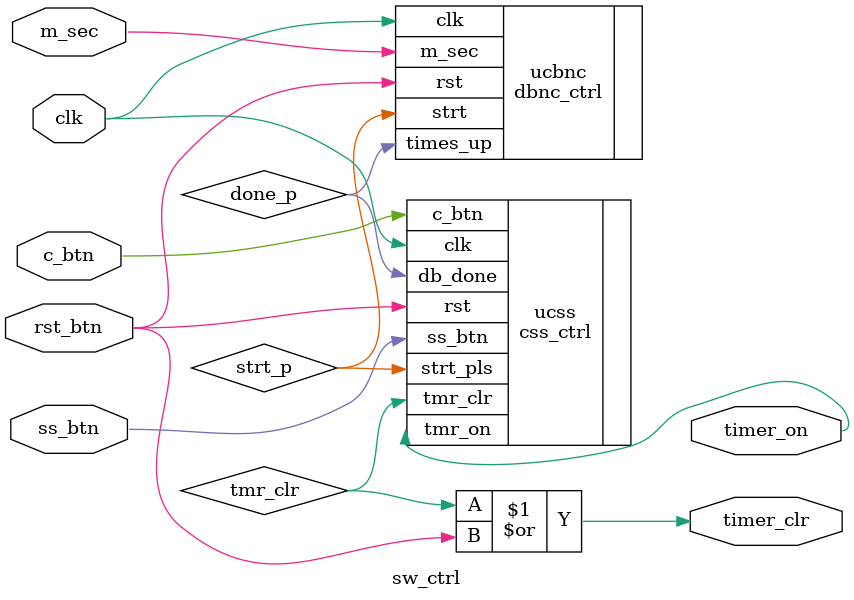
<source format=v>
`timescale 1ns / 1ps
module sw_ctrl(
    input c_btn,
    input ss_btn,
    input rst_btn,
    input m_sec,
    input clk,
    output timer_on,
    output timer_clr
    );

//wires
wire done_p, tmr_clr, strt_p;

//instantiate our modules
css_ctrl ucss(.c_btn(c_btn),
					.ss_btn(ss_btn),
					.db_done(done_p),
					.rst(rst_btn),
					.clk(clk),
					.strt_pls(strt_p),
					.tmr_on(timer_on),
					.tmr_clr(tmr_clr));
					
dbnc_ctrl ucbnc(.strt(strt_p),
					.m_sec(m_sec),
					.rst(rst_btn),
					.clk(clk),
					.times_up(done_p));

assign timer_clr = (tmr_clr | rst_btn);		

endmodule

</source>
